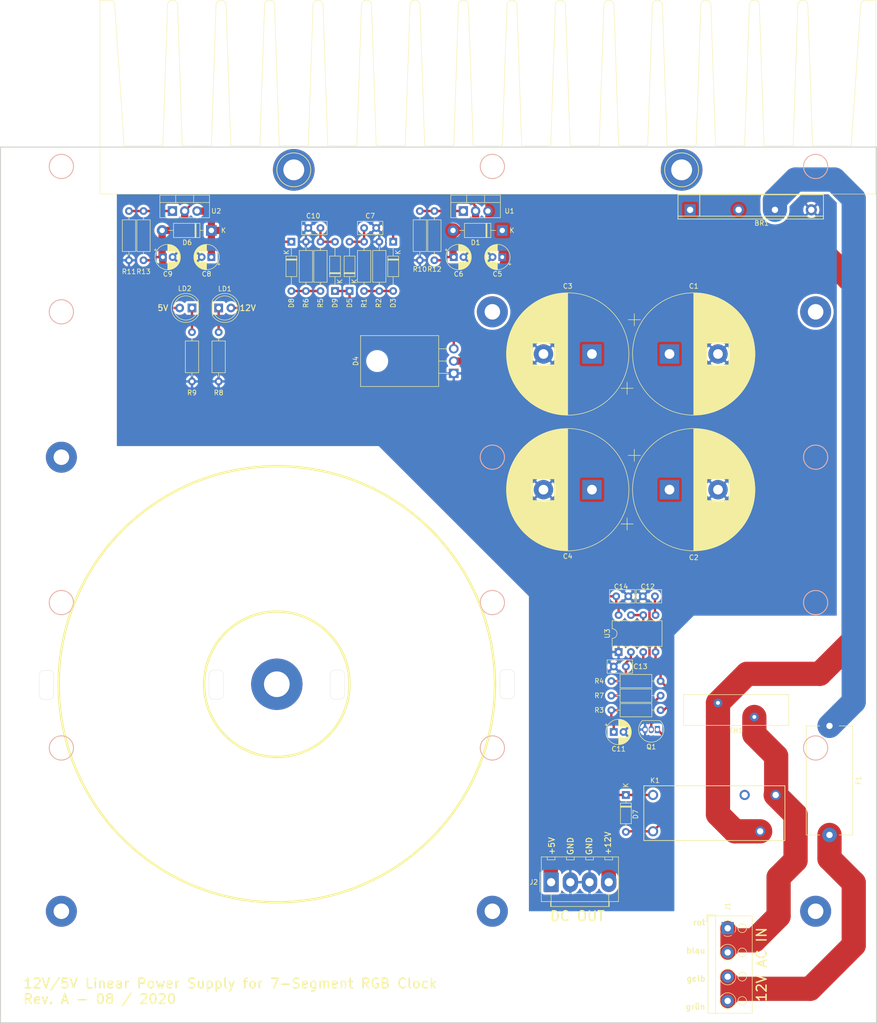
<source format=kicad_pcb>
(kicad_pcb (version 20171130) (host pcbnew "(5.1.4)-1")
  (layers (0 F.Cu signal) (31 B.Cu signal) (34 B.Paste user) (35 F.Paste user) (36 B.SilkS user) (37 F.SilkS user) (38 B.Mask user) (39 F.Mask user) (44 Edge.Cuts user))
  (net 0 "")
  (net 1 GND)
  (net 2 VDC)
  (net 3 +12V)
  (net 4 "Net-(C7-Pad1)")
  (net 5 +5V)
  (net 6 "Net-(C10-Pad1)")
  (net 7 "Net-(C11-Pad1)")
  (net 8 "Net-(C12-Pad1)")
  (net 9 "Net-(C13-Pad1)")
  (net 10 "Net-(D3-Pad2)")
  (net 11 "Net-(D4-Pad3)")
  (net 12 "Net-(D7-Pad2)")
  (net 13 "Net-(D8-Pad2)")
  (net 14 "Net-(F1-Pad2)")
  (net 15 "Net-(Q1-Pad2)")
  (net 16 "Net-(R7-Pad1)")
  (net 17 "Net-(J1-Pad1)")
  (net 18 "Net-(BR1-Pad2)")
  (net 19 "Net-(BR1-Pad3)")
  (net 20 "Net-(LD1-Pad1)")
  (net 21 "Net-(LD2-Pad1)")
  (net 22 "Net-(R10-Pad1)")
  (net 23 "Net-(R11-Pad1)")
  (module Package_TO_SOT_THT:TO-220F-3_Horizontal_TabDown (layer F.Cu) (at 113.5 146 90)
    (fp_text reference D4 (at 2.54 -20.22 90) (layer F.SilkS))
    (fp_text value Q_SCR_KAG)
    (pad 3 thru_hole oval (at 5.08 0 90) (size 1.905 2) (drill 1.2) (layers *.Cu *.Mask) (net 11 "Net-(D4-Pad3)"))
    (pad 2 thru_hole oval (at 2.54 0 90) (size 1.905 2) (drill 1.2) (layers *.Cu *.Mask) (net 2 VDC))
    (pad 1 thru_hole rect (at 0 0 90) (size 1.905 2) (drill 1.2) (layers *.Cu *.Mask) (net 1 GND))
    (pad "" np_thru_hole oval (at 2.54 -15.8 90) (size 3.5 3.5) (drill 3.5) (layers *.Cu *.Mask))
  )
  (module ak:GBJ (layer F.Cu) (at 162.25 112.25)
    (fp_text reference BR1 (at 14.75 2.75) (layer F.SilkS))
    (fp_text value D_Bridge_+AA-)
    (pad 4 thru_hole circle (at 25 0) (size 2.3 2.3) (drill 1.3) (layers *.Cu *.Mask) (net 1 GND))
    (pad 3 thru_hole circle (at 17.5 0) (size 2.3 2.3) (drill 1.3) (layers *.Cu *.Mask) (net 19 "Net-(BR1-Pad3)"))
    (pad 2 thru_hole circle (at 10 0) (size 2.3 2.3) (drill 1.3) (layers *.Cu *.Mask) (net 18 "Net-(BR1-Pad2)"))
    (pad 1 thru_hole rect (at 0 0) (size 2.3 2.3) (drill 1.3) (layers *.Cu *.Mask) (net 2 VDC))
  )
  (module Resistor_THT:R_Axial_DIN0207_L6.3mm_D2.5mm_P10.16mm_Horizontal (layer F.Cu) (at 49.5 122.66 90)
    (fp_text reference R13 (at -2.34 0 180) (layer F.SilkS))
    (fp_text value DNP)
    (pad 2 thru_hole oval (at 10.16 0 90) (size 1.6 1.6) (drill 0.8) (layers *.Cu *.Mask) (net 23 "Net-(R11-Pad1)"))
    (pad 1 thru_hole circle (at 0 0 90) (size 1.6 1.6) (drill 0.8) (layers *.Cu *.Mask) (net 5 +5V))
  )
  (module Resistor_THT:R_Axial_DIN0207_L6.3mm_D2.5mm_P10.16mm_Horizontal (layer F.Cu) (at 109.5 122.66 90)
    (fp_text reference R12 (at -1.84 0 180) (layer F.SilkS))
    (fp_text value DNP)
    (pad 2 thru_hole oval (at 10.16 0 90) (size 1.6 1.6) (drill 0.8) (layers *.Cu *.Mask) (net 22 "Net-(R10-Pad1)"))
    (pad 1 thru_hole circle (at 0 0 90) (size 1.6 1.6) (drill 0.8) (layers *.Cu *.Mask) (net 3 +12V))
  )
  (module Resistor_THT:R_Axial_DIN0207_L6.3mm_D2.5mm_P10.16mm_Horizontal (layer F.Cu) (at 46.5 112.5 270)
    (fp_text reference R11 (at 12.5 0 180) (layer F.SilkS))
    (fp_text value 0R)
    (pad 2 thru_hole oval (at 10.16 0 270) (size 1.6 1.6) (drill 0.8) (layers *.Cu *.Mask) (net 1 GND))
    (pad 1 thru_hole circle (at 0 0 270) (size 1.6 1.6) (drill 0.8) (layers *.Cu *.Mask) (net 23 "Net-(R11-Pad1)"))
  )
  (module Resistor_THT:R_Axial_DIN0207_L6.3mm_D2.5mm_P10.16mm_Horizontal (layer F.Cu) (at 106.5 112.5 270)
    (fp_text reference R10 (at 12 0 180) (layer F.SilkS))
    (fp_text value 0R)
    (pad 2 thru_hole oval (at 10.16 0 270) (size 1.6 1.6) (drill 0.8) (layers *.Cu *.Mask) (net 1 GND))
    (pad 1 thru_hole circle (at 0 0 270) (size 1.6 1.6) (drill 0.8) (layers *.Cu *.Mask) (net 22 "Net-(R10-Pad1)"))
  )
  (module Resistor_THT:R_Axial_DIN0207_L6.3mm_D2.5mm_P10.16mm_Horizontal (layer F.Cu) (at 59.5 137.5 270)
    (fp_text reference R9 (at 12.5 0 180) (layer F.SilkS))
    (fp_text value 220R)
    (pad 2 thru_hole oval (at 10.16 0 270) (size 1.6 1.6) (drill 0.8) (layers *.Cu *.Mask) (net 1 GND))
    (pad 1 thru_hole circle (at 0 0 270) (size 1.6 1.6) (drill 0.8) (layers *.Cu *.Mask) (net 21 "Net-(LD2-Pad1)"))
  )
  (module Resistor_THT:R_Axial_DIN0207_L6.3mm_D2.5mm_P10.16mm_Horizontal (layer F.Cu) (at 65 137.5 270)
    (fp_text reference R8 (at 12.5 0 180) (layer F.SilkS))
    (fp_text value 680R)
    (pad 2 thru_hole oval (at 10.16 0 270) (size 1.6 1.6) (drill 0.8) (layers *.Cu *.Mask) (net 1 GND))
    (pad 1 thru_hole circle (at 0 0 270) (size 1.6 1.6) (drill 0.8) (layers *.Cu *.Mask) (net 20 "Net-(LD1-Pad1)"))
  )
  (module LED_THT:LED_D5.0mm (layer F.Cu) (at 59.5 132.5 180)
    (fp_text reference LD2 (at 1.5 4) (layer F.SilkS))
    (fp_text value LED)
    (pad 2 thru_hole circle (at 2.54 0 180) (size 1.8 1.8) (drill 0.9) (layers *.Cu *.Mask) (net 5 +5V))
    (pad 1 thru_hole rect (at 0 0 180) (size 1.8 1.8) (drill 0.9) (layers *.Cu *.Mask) (net 21 "Net-(LD2-Pad1)"))
  )
  (module LED_THT:LED_D5.0mm (layer F.Cu) (at 65 132.5)
    (fp_text reference LD1 (at 1.27 -3.96) (layer F.SilkS))
    (fp_text value LED)
    (pad 2 thru_hole circle (at 2.54 0) (size 1.8 1.8) (drill 0.9) (layers *.Cu *.Mask) (net 3 +12V))
    (pad 1 thru_hole rect (at 0 0) (size 1.8 1.8) (drill 0.9) (layers *.Cu *.Mask) (net 20 "Net-(LD1-Pad1)"))
  )
  (module ak:lemonhead (layer F.Cu) (at 137 119)
    (fp_text reference LOGO1 hide)
    (fp_text value Lemonhead hide)
  )
  (module TerminalBlock_RND:TerminalBlock_RND_205-00003_1x04_P5.00mm_Horizontal (layer F.Cu) (at 170 260.5 270)
    (fp_text reference J1 (at -4.5 0 90) (layer F.SilkS))
    (fp_text value Screw_Terminal_01x04)
    (pad 4 thru_hole circle (at 15 0 270) (size 2.5 2.5) (drill 1.3) (layers *.Cu *.Mask) (net 14 "Net-(F1-Pad2)"))
    (pad 3 thru_hole circle (at 10 0 270) (size 2.5 2.5) (drill 1.3) (layers *.Cu *.Mask) (net 14 "Net-(F1-Pad2)"))
    (pad 2 thru_hole circle (at 5 0 270) (size 2.5 2.5) (drill 1.3) (layers *.Cu *.Mask) (net 17 "Net-(J1-Pad1)"))
    (pad 1 thru_hole rect (at 0 0 270) (size 2.5 2.5) (drill 1.3) (layers *.Cu *.Mask) (net 17 "Net-(J1-Pad1)"))
  )
  (module Connector_Molex:Molex_KK-396_A-41791-0004_1x04_P3.96mm_Vertical (layer F.Cu) (at 133.58 251)
    (fp_text reference J2 (at -3.58 0) (layer F.SilkS))
    (fp_text value Conn_01x04)
    (pad 4 thru_hole oval (at 11.88 0) (size 3.16 4.1) (drill 1.7) (layers *.Cu *.Mask) (net 3 +12V))
    (pad 3 thru_hole oval (at 7.92 0) (size 3.16 4.1) (drill 1.7) (layers *.Cu *.Mask) (net 1 GND))
    (pad 2 thru_hole oval (at 3.96 0) (size 3.16 4.1) (drill 1.7) (layers *.Cu *.Mask) (net 1 GND))
    (pad 1 thru_hole roundrect (at 0 0) (size 3.16 4.1) (drill 1.7) (layers *.Cu *.Mask) (roundrect_rratio 0.079114) (net 5 +5V))
  )
  (module Capacitor_THT:C_Disc_D5.0mm_W2.5mm_P2.50mm (layer F.Cu) (at 147 192)
    (fp_text reference C14 (at 1 -2) (layer F.SilkS))
    (fp_text value 100nF)
    (pad 2 thru_hole circle (at 2.5 0) (size 1.6 1.6) (drill 0.8) (layers *.Cu *.Mask) (net 1 GND))
    (pad 1 thru_hole circle (at 0 0) (size 1.6 1.6) (drill 0.8) (layers *.Cu *.Mask) (net 3 +12V))
  )
  (module Diode_THT:D_DO-35_SOD27_P10.16mm_Horizontal (layer F.Cu) (at 89 129 90)
    (fp_text reference D9 (at -2.5 0 90) (layer F.SilkS))
    (fp_text value 1N4148)
    (fp_text user K (at 2 1 90) (layer F.SilkS))
    (pad 2 thru_hole oval (at 10.16 0 90) (size 1.6 1.6) (drill 0.8) (layers *.Cu *.Mask) (net 6 "Net-(C10-Pad1)"))
    (pad 1 thru_hole rect (at 0 0 90) (size 1.6 1.6) (drill 0.8) (layers *.Cu *.Mask) (net 11 "Net-(D4-Pad3)"))
  )
  (module Diode_THT:D_DO-35_SOD27_P10.16mm_Horizontal (layer F.Cu) (at 80 118.84 270)
    (fp_text reference D8 (at 12.66 0 90) (layer F.SilkS))
    (fp_text value 5V)
    (fp_text user K (at 2.16 1 90) (layer F.SilkS))
    (pad 2 thru_hole oval (at 10.16 0 270) (size 1.6 1.6) (drill 0.8) (layers *.Cu *.Mask) (net 13 "Net-(D8-Pad2)"))
    (pad 1 thru_hole rect (at 0 0 270) (size 1.6 1.6) (drill 0.8) (layers *.Cu *.Mask) (net 5 +5V))
  )
  (module Diode_THT:D_DO-35_SOD27_P10.16mm_Horizontal (layer F.Cu) (at 92 129 90)
    (fp_text reference D5 (at -2.5 0 90) (layer F.SilkS))
    (fp_text value 1N4148)
    (fp_text user K (at 2 1 90) (layer F.SilkS))
    (pad 2 thru_hole oval (at 10.16 0 90) (size 1.6 1.6) (drill 0.8) (layers *.Cu *.Mask) (net 4 "Net-(C7-Pad1)"))
    (pad 1 thru_hole rect (at 0 0 90) (size 1.6 1.6) (drill 0.8) (layers *.Cu *.Mask) (net 11 "Net-(D4-Pad3)"))
  )
  (module Diode_THT:D_DO-35_SOD27_P10.16mm_Horizontal (layer F.Cu) (at 101 118.84 270)
    (fp_text reference D3 (at 12.66 0 90) (layer F.SilkS))
    (fp_text value 12V)
    (fp_text user K (at 2.16 -1 90) (layer F.SilkS))
    (pad 2 thru_hole oval (at 10.16 0 270) (size 1.6 1.6) (drill 0.8) (layers *.Cu *.Mask) (net 10 "Net-(D3-Pad2)"))
    (pad 1 thru_hole rect (at 0 0 270) (size 1.6 1.6) (drill 0.8) (layers *.Cu *.Mask) (net 3 +12V))
  )
  (module Diode_THT:D_DO-35_SOD27_P7.62mm_Horizontal (layer F.Cu) (at 149 233 270)
    (fp_text reference D7 (at 4 -2 90) (layer F.SilkS))
    (fp_text value 1N4148)
    (fp_text user K (at -2 0 90) (layer F.SilkS))
    (pad 2 thru_hole oval (at 7.62 0 270) (size 1.6 1.6) (drill 0.8) (layers *.Cu *.Mask) (net 12 "Net-(D7-Pad2)"))
    (pad 1 thru_hole rect (at 0 0 270) (size 1.6 1.6) (drill 0.8) (layers *.Cu *.Mask) (net 3 +12V))
  )
  (module MountingHole:MountingHole_5.3mm_M5_Pad (layer F.Cu) (at 77 210.15)
    (fp_text reference H12 hide)
    (fp_text value MountingHole_Pad)
    (pad 1 thru_hole circle (at 0 0) (size 10.6 10.6) (drill 5.3) (layers *.Cu *.Mask))
  )
  (module MountingHole:MountingHole_4.3mm_M4_Pad (layer F.Cu) (at 160.5 104)
    (fp_text reference H11 hide)
    (fp_text value MountingHole_Pad)
    (pad 1 thru_hole circle (at 0 0) (size 8.6 8.6) (drill 4.3) (layers *.Cu *.Mask))
  )
  (module MountingHole:MountingHole_4.3mm_M4_Pad (layer F.Cu) (at 80.5 104)
    (fp_text reference H10 hide)
    (fp_text value MountingHole_Pad)
    (pad 1 thru_hole circle (at 0 0) (size 8.6 8.6) (drill 4.3) (layers *.Cu *.Mask))
  )
  (module MountingHole:MountingHole_3.2mm_M3_Pad (layer F.Cu) (at 32.56 163.3)
    (fp_text reference H7 hide)
    (fp_text value MountingHole_Pad)
    (pad 1 thru_hole circle (at 0 0) (size 6.4 6.4) (drill 3.2) (layers *.Cu *.Mask))
  )
  (module MountingHole:MountingHole_3.2mm_M3_Pad (layer F.Cu) (at 121.46 133.3)
    (fp_text reference H6 hide)
    (fp_text value MountingHole_Pad)
    (pad 1 thru_hole circle (at 0 0) (size 6.4 6.4) (drill 3.2) (layers *.Cu *.Mask))
  )
  (module MountingHole:MountingHole_3.2mm_M3_Pad (layer F.Cu) (at 188.14 133.3)
    (fp_text reference H5 hide)
    (fp_text value MountingHole_Pad)
    (pad 1 thru_hole circle (at 0 0) (size 6.4 6.4) (drill 3.2) (layers *.Cu *.Mask))
  )
  (module MountingHole:MountingHole_3.2mm_M3_Pad (layer F.Cu) (at 188.14 257)
    (fp_text reference H3 hide)
    (fp_text value MountingHole_Pad)
    (pad 1 thru_hole circle (at 0 0) (size 6.4 6.4) (drill 3.2) (layers *.Cu *.Mask))
  )
  (module MountingHole:MountingHole_3.2mm_M3_Pad (layer F.Cu) (at 121.46 257)
    (fp_text reference H2 hide)
    (fp_text value MountingHole_Pad)
    (pad 1 thru_hole circle (at 0 0) (size 6.4 6.4) (drill 3.2) (layers *.Cu *.Mask))
  )
  (module MountingHole:MountingHole_3.2mm_M3_Pad (layer F.Cu) (at 32.56 257)
    (fp_text reference H1 hide)
    (fp_text value MountingHole_Pad)
    (pad 1 thru_hole circle (at 0 0) (size 6.4 6.4) (drill 3.2) (layers *.Cu *.Mask))
  )
  (module ak:HS-160x50 (layer F.Cu) (at 40.5 109)
    (fp_text reference HS1 hide)
    (fp_text value Heatsink)
  )
  (module Package_DIP:DIP-8_W7.62mm (layer F.Cu) (at 147.5 203.5 90)
    (fp_text reference U3 (at 3.81 -2.33 90) (layer F.SilkS))
    (fp_text value NE555P)
    (pad 8 thru_hole oval (at 7.62 0 90) (size 1.6 1.6) (drill 0.8) (layers *.Cu *.Mask) (net 3 +12V))
    (pad 4 thru_hole oval (at 0 7.62 90) (size 1.6 1.6) (drill 0.8) (layers *.Cu *.Mask) (net 3 +12V))
    (pad 7 thru_hole oval (at 7.62 2.54 90) (size 1.6 1.6) (drill 0.8) (layers *.Cu *.Mask) (net 7 "Net-(C11-Pad1)"))
    (pad 3 thru_hole oval (at 0 5.08 90) (size 1.6 1.6) (drill 0.8) (layers *.Cu *.Mask) (net 16 "Net-(R7-Pad1)"))
    (pad 6 thru_hole oval (at 7.62 5.08 90) (size 1.6 1.6) (drill 0.8) (layers *.Cu *.Mask) (net 7 "Net-(C11-Pad1)"))
    (pad 2 thru_hole oval (at 0 2.54 90) (size 1.6 1.6) (drill 0.8) (layers *.Cu *.Mask) (net 9 "Net-(C13-Pad1)"))
    (pad 5 thru_hole oval (at 7.62 7.62 90) (size 1.6 1.6) (drill 0.8) (layers *.Cu *.Mask) (net 8 "Net-(C12-Pad1)"))
    (pad 1 thru_hole rect (at 0 0 90) (size 1.6 1.6) (drill 0.8) (layers *.Cu *.Mask) (net 1 GND))
  )
  (module Package_TO_SOT_THT:TO-220-3_Vertical (layer F.Cu) (at 55.46 112.5)
    (fp_text reference U2 (at 9.04 0) (layer F.SilkS))
    (fp_text value LM1084-5)
    (pad 3 thru_hole oval (at 5.08 0) (size 1.905 2) (drill 1.1) (layers *.Cu *.Mask) (net 3 +12V))
    (pad 2 thru_hole oval (at 2.54 0) (size 1.905 2) (drill 1.1) (layers *.Cu *.Mask) (net 5 +5V))
    (pad 1 thru_hole rect (at 0 0) (size 1.905 2) (drill 1.1) (layers *.Cu *.Mask) (net 23 "Net-(R11-Pad1)"))
  )
  (module Package_TO_SOT_THT:TO-220-3_Vertical (layer F.Cu) (at 115.46 112.5)
    (fp_text reference U1 (at 9.54 0) (layer F.SilkS))
    (fp_text value LM1084-12)
    (pad 3 thru_hole oval (at 5.08 0) (size 1.905 2) (drill 1.1) (layers *.Cu *.Mask) (net 2 VDC))
    (pad 2 thru_hole oval (at 2.54 0) (size 1.905 2) (drill 1.1) (layers *.Cu *.Mask) (net 3 +12V))
    (pad 1 thru_hole rect (at 0 0) (size 1.905 2) (drill 1.1) (layers *.Cu *.Mask) (net 22 "Net-(R10-Pad1)"))
  )
  (module Varistor:RV_Disc_D21.5mm_W6.1mm_P7.5mm (layer F.Cu) (at 168 214)
    (fp_text reference TH1 (at 3.75 5.7) (layer F.SilkS))
    (fp_text value 5R)
    (pad 2 thru_hole circle (at 7.5 2.9) (size 1.8 1.8) (drill 0.8) (layers *.Cu *.Mask) (net 17 "Net-(J1-Pad1)"))
    (pad 1 thru_hole circle (at 0 0) (size 1.8 1.8) (drill 0.8) (layers *.Cu *.Mask) (net 18 "Net-(BR1-Pad2)"))
  )
  (module Resistor_THT:R_Axial_DIN0207_L6.3mm_D2.5mm_P10.16mm_Horizontal (layer F.Cu) (at 146 212.5)
    (fp_text reference R7 (at -2.5 0) (layer F.SilkS))
    (fp_text value 10k)
    (pad 1 thru_hole circle (at 0 0) (size 1.6 1.6) (drill 0.8) (layers *.Cu *.Mask) (net 16 "Net-(R7-Pad1)"))
    (pad 2 thru_hole oval (at 10.16 0) (size 1.6 1.6) (drill 0.8) (layers *.Cu *.Mask) (net 15 "Net-(Q1-Pad2)"))
  )
  (module Resistor_THT:R_Axial_DIN0207_L6.3mm_D2.5mm_P10.16mm_Horizontal (layer F.Cu) (at 83 129 90)
    (fp_text reference R6 (at -2.5 0 90) (layer F.SilkS))
    (fp_text value 470R)
    (pad 2 thru_hole oval (at 10.16 0 90) (size 1.6 1.6) (drill 0.8) (layers *.Cu *.Mask) (net 1 GND))
    (pad 1 thru_hole circle (at 0 0 90) (size 1.6 1.6) (drill 0.8) (layers *.Cu *.Mask) (net 13 "Net-(D8-Pad2)"))
  )
  (module Resistor_THT:R_Axial_DIN0207_L6.3mm_D2.5mm_P10.16mm_Horizontal (layer F.Cu) (at 156.16 209.5 180)
    (fp_text reference R4 (at 12.66 0) (layer F.SilkS))
    (fp_text value 100k)
    (pad 2 thru_hole oval (at 10.16 0 180) (size 1.6 1.6) (drill 0.8) (layers *.Cu *.Mask) (net 9 "Net-(C13-Pad1)"))
    (pad 1 thru_hole circle (at 0 0 180) (size 1.6 1.6) (drill 0.8) (layers *.Cu *.Mask) (net 3 +12V))
  )
  (module Resistor_THT:R_Axial_DIN0207_L6.3mm_D2.5mm_P10.16mm_Horizontal (layer F.Cu) (at 156.16 215.5 180)
    (fp_text reference R3 (at 12.66 0) (layer F.SilkS))
    (fp_text value 100k)
    (pad 2 thru_hole oval (at 10.16 0 180) (size 1.6 1.6) (drill 0.8) (layers *.Cu *.Mask) (net 7 "Net-(C11-Pad1)"))
    (pad 1 thru_hole circle (at 0 0 180) (size 1.6 1.6) (drill 0.8) (layers *.Cu *.Mask) (net 3 +12V))
  )
  (module Resistor_THT:R_Axial_DIN0207_L6.3mm_D2.5mm_P10.16mm_Horizontal (layer F.Cu) (at 86 118.84 270)
    (fp_text reference R5 (at 12.66 0 90) (layer F.SilkS))
    (fp_text value 100R)
    (pad 2 thru_hole oval (at 10.16 0 270) (size 1.6 1.6) (drill 0.8) (layers *.Cu *.Mask) (net 13 "Net-(D8-Pad2)"))
    (pad 1 thru_hole circle (at 0 0 270) (size 1.6 1.6) (drill 0.8) (layers *.Cu *.Mask) (net 6 "Net-(C10-Pad1)"))
  )
  (module Resistor_THT:R_Axial_DIN0207_L6.3mm_D2.5mm_P10.16mm_Horizontal (layer F.Cu) (at 98.14 129 90)
    (fp_text reference R2 (at -2.5 -0.14 90) (layer F.SilkS))
    (fp_text value 470R)
    (pad 1 thru_hole circle (at 0 0 90) (size 1.6 1.6) (drill 0.8) (layers *.Cu *.Mask) (net 10 "Net-(D3-Pad2)"))
    (pad 2 thru_hole oval (at 10.16 0 90) (size 1.6 1.6) (drill 0.8) (layers *.Cu *.Mask) (net 1 GND))
  )
  (module Resistor_THT:R_Axial_DIN0207_L6.3mm_D2.5mm_P10.16mm_Horizontal (layer F.Cu) (at 95 118.84 270)
    (fp_text reference R1 (at 12.66 0 90) (layer F.SilkS))
    (fp_text value 100R)
    (pad 2 thru_hole oval (at 10.16 0 270) (size 1.6 1.6) (drill 0.8) (layers *.Cu *.Mask) (net 10 "Net-(D3-Pad2)"))
    (pad 1 thru_hole circle (at 0 0 270) (size 1.6 1.6) (drill 0.8) (layers *.Cu *.Mask) (net 4 "Net-(C7-Pad1)"))
  )
  (module Package_TO_SOT_THT:TO-92_Inline (layer F.Cu) (at 155.5 219.5 180)
    (fp_text reference Q1 (at 1.27 -3.56) (layer F.SilkS))
    (fp_text value BC548)
    (pad 1 thru_hole rect (at 0 0 180) (size 1.05 1.5) (drill 0.75) (layers *.Cu *.Mask) (net 12 "Net-(D7-Pad2)"))
    (pad 3 thru_hole oval (at 2.54 0 180) (size 1.05 1.5) (drill 0.75) (layers *.Cu *.Mask) (net 1 GND))
    (pad 2 thru_hole oval (at 1.27 0 180) (size 1.05 1.5) (drill 0.75) (layers *.Cu *.Mask) (net 15 "Net-(Q1-Pad2)"))
  )
  (module ak:RY611012 (layer F.Cu) (at 173.5 233)
    (fp_text reference K1 (at -18.5 -3) (layer F.SilkS))
    (fp_text value RY611012)
    (pad A1 thru_hole circle (at -18.9 7.5) (size 2.1 2.1) (drill 1.3) (layers *.Cu *.Mask) (net 12 "Net-(D7-Pad2)"))
    (pad A2 thru_hole circle (at -18.9 0) (size 2.1 2.1) (drill 1.3) (layers *.Cu *.Mask) (net 3 +12V))
    (pad 11 thru_hole circle (at 3.2 7.5) (size 2.1 2.1) (drill 1.3) (layers *.Cu *.Mask) (net 18 "Net-(BR1-Pad2)"))
    (pad 14 thru_hole circle (at 6.4 0) (size 2.1 2.1) (drill 1.3) (layers *.Cu *.Mask) (net 17 "Net-(J1-Pad1)"))
    (pad 12 thru_hole circle (at 0 0) (size 2.1 2.1) (drill 1.3) (layers *.Cu *.Mask))
  )
  (module Fuse:Fuseholder_Cylinder-5x20mm_Schurter_0031_8201_Horizontal_Open (layer F.Cu) (at 191 218.75 270)
    (fp_text reference F1 (at 11.25 -6 90) (layer F.SilkS))
    (fp_text value 3A)
    (pad "" np_thru_hole circle (at 11.25 0 270) (size 2.7 2.7) (drill 2.7) (layers *.Cu *.Mask))
    (pad 2 thru_hole circle (at 22.5 0 270) (size 3 3) (drill 1.3) (layers *.Cu *.Mask) (net 14 "Net-(F1-Pad2)"))
    (pad 1 thru_hole circle (at 0 0 270) (size 3 3) (drill 1.3) (layers *.Cu *.Mask) (net 19 "Net-(BR1-Pad3)"))
  )
  (module Diode_THT:D_DO-41_SOD81_P10.16mm_Horizontal (layer F.Cu) (at 63.5 116.5 180)
    (fp_text reference D6 (at 5 -2.5) (layer F.SilkS))
    (fp_text value 1N5819)
    (fp_text user K (at -2.5 0) (layer F.SilkS))
    (pad 2 thru_hole oval (at 10.16 0 180) (size 2.2 2.2) (drill 1.1) (layers *.Cu *.Mask) (net 5 +5V))
    (pad 1 thru_hole rect (at 0 0 180) (size 2.2 2.2) (drill 1.1) (layers *.Cu *.Mask) (net 3 +12V))
  )
  (module Diode_THT:D_DO-41_SOD81_P10.16mm_Horizontal (layer F.Cu) (at 123.5 116.5 180)
    (fp_text reference D1 (at 5.5 -2.5) (layer F.SilkS))
    (fp_text value 1N5819)
    (fp_text user K (at -2 0) (layer F.SilkS))
    (pad 2 thru_hole oval (at 10.16 0 180) (size 2.2 2.2) (drill 1.1) (layers *.Cu *.Mask) (net 3 +12V))
    (pad 1 thru_hole rect (at 0 0 180) (size 2.2 2.2) (drill 1.1) (layers *.Cu *.Mask) (net 2 VDC))
  )
  (module Capacitor_THT:C_Disc_D5.0mm_W2.5mm_P2.50mm (layer F.Cu) (at 149 206.5 180)
    (fp_text reference C13 (at -3 0) (layer F.SilkS))
    (fp_text value 100nF)
    (pad 2 thru_hole circle (at 2.5 0 180) (size 1.6 1.6) (drill 0.8) (layers *.Cu *.Mask) (net 1 GND))
    (pad 1 thru_hole circle (at 0 0 180) (size 1.6 1.6) (drill 0.8) (layers *.Cu *.Mask) (net 9 "Net-(C13-Pad1)"))
  )
  (module Capacitor_THT:C_Disc_D5.0mm_W2.5mm_P2.50mm (layer F.Cu) (at 155 192 180)
    (fp_text reference C12 (at 1.5 2) (layer F.SilkS))
    (fp_text value 100nF)
    (pad 2 thru_hole circle (at 2.5 0 180) (size 1.6 1.6) (drill 0.8) (layers *.Cu *.Mask) (net 1 GND))
    (pad 1 thru_hole circle (at 0 0 180) (size 1.6 1.6) (drill 0.8) (layers *.Cu *.Mask) (net 8 "Net-(C12-Pad1)"))
  )
  (module Capacitor_THT:CP_Radial_D5.0mm_P2.00mm (layer F.Cu) (at 146.5 220)
    (fp_text reference C11 (at 1 3.5) (layer F.SilkS))
    (fp_text value 10uF)
    (pad 2 thru_hole circle (at 2 0) (size 1.6 1.6) (drill 0.8) (layers *.Cu *.Mask) (net 1 GND))
    (pad 1 thru_hole rect (at 0 0) (size 1.6 1.6) (drill 0.8) (layers *.Cu *.Mask) (net 7 "Net-(C11-Pad1)"))
  )
  (module Capacitor_THT:C_Disc_D5.0mm_W2.5mm_P2.50mm (layer F.Cu) (at 86 116 180)
    (fp_text reference C10 (at 1.5 2.5) (layer F.SilkS))
    (fp_text value 100nF)
    (pad 2 thru_hole circle (at 2.5 0 180) (size 1.6 1.6) (drill 0.8) (layers *.Cu *.Mask) (net 1 GND))
    (pad 1 thru_hole circle (at 0 0 180) (size 1.6 1.6) (drill 0.8) (layers *.Cu *.Mask) (net 6 "Net-(C10-Pad1)"))
  )
  (module Capacitor_THT:CP_Radial_D5.0mm_P2.00mm (layer F.Cu) (at 53.5 122)
    (fp_text reference C9 (at 1 3.5) (layer F.SilkS))
    (fp_text value 10uF)
    (pad 2 thru_hole circle (at 2 0) (size 1.6 1.6) (drill 0.8) (layers *.Cu *.Mask) (net 1 GND))
    (pad 1 thru_hole rect (at 0 0) (size 1.6 1.6) (drill 0.8) (layers *.Cu *.Mask) (net 5 +5V))
  )
  (module Capacitor_THT:CP_Radial_D5.0mm_P2.00mm (layer F.Cu) (at 63.5 122 180)
    (fp_text reference C8 (at 1 -3.5) (layer F.SilkS))
    (fp_text value 10uF)
    (pad 2 thru_hole circle (at 2 0 180) (size 1.6 1.6) (drill 0.8) (layers *.Cu *.Mask) (net 1 GND))
    (pad 1 thru_hole rect (at 0 0 180) (size 1.6 1.6) (drill 0.8) (layers *.Cu *.Mask) (net 3 +12V))
  )
  (module Capacitor_THT:C_Disc_D5.0mm_W2.5mm_P2.50mm (layer F.Cu) (at 95 116)
    (fp_text reference C7 (at 1.25 -2.5) (layer F.SilkS))
    (fp_text value 100nF)
    (pad 2 thru_hole circle (at 2.5 0) (size 1.6 1.6) (drill 0.8) (layers *.Cu *.Mask) (net 1 GND))
    (pad 1 thru_hole circle (at 0 0) (size 1.6 1.6) (drill 0.8) (layers *.Cu *.Mask) (net 4 "Net-(C7-Pad1)"))
  )
  (module Capacitor_THT:CP_Radial_D5.0mm_P2.00mm (layer F.Cu) (at 113.5 122)
    (fp_text reference C6 (at 1 3.5) (layer F.SilkS))
    (fp_text value 10uF)
    (pad 2 thru_hole circle (at 2 0) (size 1.6 1.6) (drill 0.8) (layers *.Cu *.Mask) (net 1 GND))
    (pad 1 thru_hole rect (at 0 0) (size 1.6 1.6) (drill 0.8) (layers *.Cu *.Mask) (net 3 +12V))
  )
  (module Capacitor_THT:CP_Radial_D5.0mm_P2.00mm (layer F.Cu) (at 123.5 122 180)
    (fp_text reference C5 (at 1 -3.5) (layer F.SilkS))
    (fp_text value 10uF)
    (pad 2 thru_hole circle (at 2 0 180) (size 1.6 1.6) (drill 0.8) (layers *.Cu *.Mask) (net 1 GND))
    (pad 1 thru_hole rect (at 0 0 180) (size 1.6 1.6) (drill 0.8) (layers *.Cu *.Mask) (net 2 VDC))
  )
  (module Capacitor_THT:CP_Radial_D25.0mm_P10.00mm_SnapIn (layer F.Cu) (at 142 170 180)
    (fp_text reference C4 (at 5 -13.75) (layer F.SilkS))
    (fp_text value 4700uF)
    (pad 2 thru_hole circle (at 10 0 180) (size 4 4) (drill 2) (layers *.Cu *.Mask) (net 1 GND))
    (pad 1 thru_hole rect (at 0 0 180) (size 4 4) (drill 2) (layers *.Cu *.Mask) (net 2 VDC))
  )
  (module Capacitor_THT:CP_Radial_D25.0mm_P10.00mm_SnapIn (layer F.Cu) (at 142 142 180)
    (fp_text reference C3 (at 5 14) (layer F.SilkS))
    (fp_text value 4700uF)
    (pad 2 thru_hole circle (at 10 0 180) (size 4 4) (drill 2) (layers *.Cu *.Mask) (net 1 GND))
    (pad 1 thru_hole rect (at 0 0 180) (size 4 4) (drill 2) (layers *.Cu *.Mask) (net 2 VDC))
  )
  (module Capacitor_THT:CP_Radial_D25.0mm_P10.00mm_SnapIn (layer F.Cu) (at 158 170)
    (fp_text reference C2 (at 5 14) (layer F.SilkS))
    (fp_text value 4700uF)
    (pad 2 thru_hole circle (at 10 0) (size 4 4) (drill 2) (layers *.Cu *.Mask) (net 1 GND))
    (pad 1 thru_hole rect (at 0 0) (size 4 4) (drill 2) (layers *.Cu *.Mask) (net 2 VDC))
  )
  (module Capacitor_THT:CP_Radial_D25.0mm_P10.00mm_SnapIn (layer F.Cu) (at 158 142)
    (fp_text reference C1 (at 5 -14) (layer F.SilkS))
    (fp_text value 4700uF)
    (pad 2 thru_hole circle (at 10 0) (size 4 4) (drill 2) (layers *.Cu *.Mask) (net 1 GND))
    (pad 1 thru_hole rect (at 0 0) (size 4 4) (drill 2) (layers *.Cu *.Mask) (net 2 VDC))
  )
  (gr_text 12V (at 71 132.5) (layer F.SilkS) (effects (font (size 1.2 1.2) (thickness 0.2))))
  (gr_text 5V (at 53.5 132.5) (layer F.SilkS) (effects (font (size 1.2 1.2) (thickness 0.2))))
  (gr_text "12V/5V Linear Power Supply for 7-Segment RGB Clock\nRev. A - 08 / 2020" (at 24.5 273.5) (layer F.SilkS) (effects (font (size 2 2) (thickness 0.3)) (justify left)))
  (gr_text "DC OUT" (at 139 258) (layer F.SilkS) (effects (font (size 2 2) (thickness 0.3))))
  (gr_text "12V AC IN" (at 177 268 90) (layer F.SilkS) (effects (font (size 2 2) (thickness 0.3))))
  (gr_text "+5V\n\nGND\n\nGND\n\n+12V" (at 139.5 245.5 90) (layer F.SilkS) (effects (font (size 1.2 1.2) (thickness 0.2)) (justify left)))
  (gr_text "rot\n\n\nblau\n\n\ngelb\n\n\ngrün" (at 165.5 268) (layer F.SilkS) (effects (font (size 1.2 1.2) (thickness 0.2)) (justify right)))
  (gr_circle (center 121.46 103.3) (end 123.96 103.3) (layer B.SilkS) (width 0.2))
  (gr_circle (center 32.56 193.3) (end 35.06 193.3) (layer B.SilkS) (width 0.2))
  (gr_circle (center 188.14 103.300001) (end 190.64 103.300001) (layer B.SilkS) (width 0.2))
  (gr_circle (center 188.14 193.300001) (end 190.64 193.300001) (layer B.SilkS) (width 0.2))
  (gr_circle (center 32.56 133.3) (end 35.06 133.3) (layer B.SilkS) (width 0.2))
  (gr_circle (center 188.14 163.300001) (end 190.64 163.300001) (layer B.SilkS) (width 0.2))
  (gr_circle (center 121.46 223.3) (end 123.96 223.3) (layer B.SilkS) (width 0.2))
  (gr_circle (center 121.46 193.3) (end 123.96 193.3) (layer B.SilkS) (width 0.2))
  (gr_circle (center 188.14 223.300001) (end 190.64 223.300001) (layer B.SilkS) (width 0.2))
  (gr_circle (center 32.56 103.3) (end 35.06 103.3) (layer B.SilkS) (width 0.2))
  (gr_circle (center 32.56 223.3) (end 35.06 223.3) (layer B.SilkS) (width 0.2))
  (gr_circle (center 121.46 163.3) (end 123.96 163.3) (layer B.SilkS) (width 0.2))
  (gr_arc (start 30 212.3) (end 30 213.3) (angle -90) (layer Edge.Cuts) (width 0.05))
  (gr_line (start 30 213.3) (end 29 213.3) (layer Edge.Cuts) (width 0.05))
  (gr_line (start 31 208.3) (end 31 212.3) (layer Edge.Cuts) (width 0.05))
  (gr_arc (start 29 212.3) (end 28 212.3) (angle -90) (layer Edge.Cuts) (width 0.05))
  (gr_line (start 28 212.3) (end 28 208.3) (layer Edge.Cuts) (width 0.05))
  (gr_arc (start 29 208.3) (end 29 207.3) (angle -90) (layer Edge.Cuts) (width 0.05))
  (gr_line (start 29 207.3) (end 30 207.3) (layer Edge.Cuts) (width 0.05))
  (gr_arc (start 30 208.3) (end 31 208.3) (angle -90) (layer Edge.Cuts) (width 0.05))
  (gr_line (start 123 212.15) (end 123 208.15) (layer Edge.Cuts) (width 0.05))
  (gr_line (start 126 208.15) (end 126 212.15) (layer Edge.Cuts) (width 0.05))
  (gr_arc (start 125 212.15) (end 125 213.15) (angle -90) (layer Edge.Cuts) (width 0.05))
  (gr_arc (start 124 212.15) (end 123 212.15) (angle -90) (layer Edge.Cuts) (width 0.05))
  (gr_line (start 124 207.15) (end 125 207.15) (layer Edge.Cuts) (width 0.05))
  (gr_line (start 125 213.15) (end 124 213.15) (layer Edge.Cuts) (width 0.05))
  (gr_arc (start 124 208.15) (end 124 207.15) (angle -90) (layer Edge.Cuts) (width 0.05))
  (gr_arc (start 125 208.15) (end 126 208.15) (angle -90) (layer Edge.Cuts) (width 0.05))
  (gr_line (start 66 208.25) (end 66 212.25) (layer Edge.Cuts) (width 0.05))
  (gr_line (start 63 212.25) (end 63 208.25) (layer Edge.Cuts) (width 0.05))
  (gr_arc (start 64 208.25) (end 64 207.25) (angle -90) (layer Edge.Cuts) (width 0.05))
  (gr_arc (start 65 208.25) (end 66 208.25) (angle -90) (layer Edge.Cuts) (width 0.05))
  (gr_line (start 65 213.25) (end 64 213.25) (layer Edge.Cuts) (width 0.05))
  (gr_line (start 64 207.25) (end 65 207.25) (layer Edge.Cuts) (width 0.05))
  (gr_arc (start 65 212.25) (end 65 213.25) (angle -90) (layer Edge.Cuts) (width 0.05))
  (gr_arc (start 64 212.25) (end 63 212.25) (angle -90) (layer Edge.Cuts) (width 0.05))
  (gr_line (start 89 207.25) (end 90 207.25) (layer Edge.Cuts) (width 0.05))
  (gr_line (start 88 212.25) (end 88 208.25) (layer Edge.Cuts) (width 0.05))
  (gr_line (start 90 213.25) (end 89 213.25) (layer Edge.Cuts) (width 0.05))
  (gr_line (start 91 208.25) (end 91 212.25) (layer Edge.Cuts) (width 0.05))
  (gr_arc (start 90 212.25) (end 90 213.25) (angle -90) (layer Edge.Cuts) (width 0.05))
  (gr_arc (start 89 212.25) (end 88 212.25) (angle -90) (layer Edge.Cuts) (width 0.05))
  (gr_arc (start 90 208.25) (end 91 208.25) (angle -90) (layer Edge.Cuts) (width 0.05))
  (gr_arc (start 89 208.25) (end 89 207.25) (angle -90) (layer Edge.Cuts) (width 0.05))
  (gr_circle (center 77 210.15) (end 92 210.15) (layer F.SilkS) (width 0.5))
  (gr_circle (center 77 210.15) (end 122 210.15) (layer F.SilkS) (width 0.5))
  (gr_line (start 20 99.300001) (end 200.7 99.300001) (layer Edge.Cuts) (width 0.2))
  (gr_line (start 20 280) (end 20 99.300001) (layer Edge.Cuts) (width 0.2))
  (gr_line (start 200.7 280) (end 20 280) (layer Edge.Cuts) (width 0.2))
  (gr_line (start 200.7 99.300001) (end 200.7 280) (layer Edge.Cuts) (width 0.2))
  (segment (start 123.5 114) (end 123.5 116.5) (width 1.5) (layer F.Cu) (net 2))
  (segment (start 120.54 112.5) (end 122 112.5) (width 1.5) (layer F.Cu) (net 2))
  (segment (start 122 112.5) (end 123.5 114) (width 1.5) (layer F.Cu) (net 2))
  (segment (start 123.5 116.5) (end 123.5 122) (width 1.5) (layer F.Cu) (net 2))
  (segment (start 118.96 143.46) (end 119 143.5) (width 1.5) (layer F.Cu) (net 2))
  (segment (start 113.5 143.46) (end 118.96 143.46) (width 1.5) (layer F.Cu) (net 2))
  (segment (start 142 142) (end 142 142.5) (width 5) (layer F.Cu) (net 2))
  (segment (start 142 142.5) (end 135 149.5) (width 5) (layer F.Cu) (net 2))
  (segment (start 142 156.5) (end 135 149.5) (width 5) (layer F.Cu) (net 2))
  (segment (start 142 170) (end 142 156.5) (width 5) (layer F.Cu) (net 2))
  (segment (start 117.96 143.46) (end 118 143.5) (width 5) (layer F.Cu) (net 2))
  (segment (start 121.46 143.46) (end 117.96 143.46) (width 5) (layer F.Cu) (net 2))
  (segment (start 118 143.5) (end 119 143.5) (width 5) (layer F.Cu) (net 2))
  (segment (start 135 149.5) (end 127.5 149.5) (width 5) (layer F.Cu) (net 2))
  (segment (start 127.5 149.5) (end 121.46 143.46) (width 5) (layer F.Cu) (net 2))
  (segment (start 63.5 116.5) (end 63.5 122) (width 1.5) (layer F.Cu) (net 3))
  (segment (start 63.5 114) (end 63.5 116.5) (width 1.5) (layer F.Cu) (net 3))
  (segment (start 60.54 112.5) (end 62 112.5) (width 1.5) (layer F.Cu) (net 3))
  (segment (start 62 112.5) (end 63.5 114) (width 1.5) (layer F.Cu) (net 3))
  (segment (start 118 112.5) (end 118 115) (width 1.5) (layer F.Cu) (net 3))
  (segment (start 113.34 121.84) (end 113.5 122) (width 1.5) (layer F.Cu) (net 3))
  (segment (start 113.34 116.5) (end 113.34 121.84) (width 1.5) (layer F.Cu) (net 3))
  (segment (start 140.66 217.16) (end 140.5 217) (width 0.5) (layer F.Cu) (net 3))
  (segment (start 140.5 217) (end 140.5 191.5) (width 3) (layer F.Cu) (net 3))
  (segment (start 153.869999 196.480001) (end 153.869999 194.869999) (width 0.5) (layer F.Cu) (net 3))
  (segment (start 155.12 203.5) (end 155.12 197.730002) (width 0.5) (layer F.Cu) (net 3))
  (segment (start 155.12 197.730002) (end 153.869999 196.480001) (width 0.5) (layer F.Cu) (net 3))
  (segment (start 153 194) (end 147.5 194) (width 0.5) (layer F.Cu) (net 3))
  (segment (start 147.5 195.88) (end 147.5 194) (width 0.5) (layer F.Cu) (net 3))
  (segment (start 153.869999 194.869999) (end 153 194) (width 0.5) (layer F.Cu) (net 3))
  (segment (start 155.12 203.5) (end 155.12 206.12) (width 0.5) (layer F.Cu) (net 3))
  (segment (start 156.16 207.16) (end 156.16 209.5) (width 0.5) (layer F.Cu) (net 3))
  (segment (start 155.12 206.12) (end 156.16 207.16) (width 0.5) (layer F.Cu) (net 3))
  (segment (start 147 193.5) (end 147.5 194) (width 0.5) (layer F.Cu) (net 3))
  (segment (start 147 192) (end 147 193.5) (width 0.5) (layer F.Cu) (net 3))
  (segment (start 156.83 215.5) (end 156.16 215.5) (width 0.5) (layer F.Cu) (net 3))
  (segment (start 158 214.33) (end 156.83 215.5) (width 0.5) (layer F.Cu) (net 3))
  (segment (start 156.16 209.5) (end 158 211.34) (width 0.5) (layer F.Cu) (net 3))
  (segment (start 158 211.34) (end 158 214.33) (width 0.5) (layer F.Cu) (net 3))
  (segment (start 78 152) (end 71 145) (width 3) (layer F.Cu) (net 3))
  (segment (start 140.5 191.5) (end 101 152) (width 3) (layer F.Cu) (net 3))
  (segment (start 71 122) (end 68 119) (width 3) (layer F.Cu) (net 3))
  (segment (start 101 152) (end 78 152) (width 3) (layer F.Cu) (net 3))
  (segment (start 140.5 217) (end 140.5 230.5) (width 3) (layer F.Cu) (net 3))
  (segment (start 140.5 233.5) (end 140.5 234.5) (width 3) (layer F.Cu) (net 3))
  (segment (start 154.6 233) (end 149 233) (width 0.5) (layer F.Cu) (net 3))
  (segment (start 141 233) (end 140.5 233.5) (width 0.5) (layer F.Cu) (net 3))
  (segment (start 141 234.5) (end 142.5 233) (width 0.5) (layer F.Cu) (net 3))
  (segment (start 140.5 234.5) (end 141 234.5) (width 0.5) (layer F.Cu) (net 3))
  (segment (start 149 233) (end 142.5 233) (width 0.5) (layer F.Cu) (net 3))
  (segment (start 142.5 233) (end 141 233) (width 0.5) (layer F.Cu) (net 3))
  (segment (start 142.5 233) (end 140.5 231) (width 0.5) (layer F.Cu) (net 3))
  (segment (start 140.5 230.5) (end 140.5 231) (width 3) (layer F.Cu) (net 3))
  (segment (start 140.5 231) (end 140.5 233.5) (width 3) (layer F.Cu) (net 3))
  (segment (start 145.46 246.71) (end 145.46 251) (width 3) (layer F.Cu) (net 3))
  (segment (start 140.5 234.5) (end 140.5 241.75) (width 3) (layer F.Cu) (net 3))
  (segment (start 140.5 241.75) (end 145.46 246.71) (width 3) (layer F.Cu) (net 3))
  (segment (start 118 115) (end 116.5 116.5) (width 1.5) (layer F.Cu) (net 3))
  (segment (start 116.5 116.5) (end 113.34 116.5) (width 1.5) (layer F.Cu) (net 3))
  (segment (start 145 192) (end 144 191) (width 0.5) (layer F.Cu) (net 3))
  (segment (start 147 192) (end 145 192) (width 0.5) (layer F.Cu) (net 3))
  (segment (start 144 191) (end 141 191) (width 0.5) (layer F.Cu) (net 3))
  (segment (start 141 191) (end 140.5 191.5) (width 0.5) (layer F.Cu) (net 3))
  (segment (start 63.5 116.5) (end 65.5 116.5) (width 1.5) (layer F.Cu) (net 3))
  (segment (start 65.5 116.5) (end 68 119) (width 1.5) (layer F.Cu) (net 3))
  (segment (start 66.75 117.75) (end 72 123) (width 3) (layer F.Cu) (net 3))
  (segment (start 71 125) (end 73 123) (width 3) (layer F.Cu) (net 3))
  (segment (start 71 125.5) (end 71 125) (width 3) (layer F.Cu) (net 3))
  (segment (start 71 125.5) (end 71 122) (width 3) (layer F.Cu) (net 3))
  (segment (start 72 123) (end 73 123) (width 3) (layer F.Cu) (net 3))
  (segment (start 70.5 132.5) (end 71 132) (width 0.5) (layer F.Cu) (net 3))
  (segment (start 71 145) (end 71 132) (width 3) (layer F.Cu) (net 3))
  (segment (start 67.54 132.5) (end 70.5 132.5) (width 0.5) (layer F.Cu) (net 3))
  (segment (start 71 132) (end 71 125.5) (width 3) (layer F.Cu) (net 3))
  (segment (start 118 111.5) (end 118 112.5) (width 0.5) (layer F.Cu) (net 3))
  (segment (start 117 110.5) (end 118 111.5) (width 0.5) (layer F.Cu) (net 3))
  (segment (start 104.5 110.5) (end 117 110.5) (width 0.5) (layer F.Cu) (net 3))
  (segment (start 101 118.84) (end 101 114) (width 0.5) (layer F.Cu) (net 3))
  (segment (start 101 114) (end 104.5 110.5) (width 0.5) (layer F.Cu) (net 3))
  (segment (start 108 116.5) (end 113.34 116.5) (width 3) (layer F.Cu) (net 3))
  (segment (start 73 123) (end 101.5 123) (width 3) (layer F.Cu) (net 3))
  (segment (start 101.5 123) (end 108 116.5) (width 3) (layer F.Cu) (net 3))
  (segment (start 111.34 122.66) (end 109.5 122.66) (width 0.5) (layer F.Cu) (net 3))
  (segment (start 113.5 122) (end 112 122) (width 0.5) (layer F.Cu) (net 3))
  (segment (start 112 122) (end 111.34 122.66) (width 0.5) (layer F.Cu) (net 3))
  (segment (start 92 118.84) (end 95 118.84) (width 0.5) (layer F.Cu) (net 4))
  (segment (start 95 118.84) (end 95 116) (width 0.5) (layer F.Cu) (net 4))
  (segment (start 56.5 116.5) (end 53.34 116.5) (width 1.5) (layer F.Cu) (net 5))
  (segment (start 58 115) (end 56.5 116.5) (width 1.5) (layer F.Cu) (net 5))
  (segment (start 58 112.5) (end 58 115) (width 1.5) (layer F.Cu) (net 5))
  (segment (start 53.34 121.84) (end 53.5 122) (width 1.5) (layer F.Cu) (net 5))
  (segment (start 53.34 116.5) (end 53.34 121.84) (width 1.5) (layer F.Cu) (net 5))
  (segment (start 53.5 128.5) (end 53.5 122) (width 1.5) (layer F.Cu) (net 5))
  (segment (start 60 110.5) (end 58 112.5) (width 0.5) (layer F.Cu) (net 5))
  (segment (start 67 110.5) (end 60 110.5) (width 0.5) (layer F.Cu) (net 5))
  (segment (start 80 118.84) (end 75.34 118.84) (width 0.5) (layer F.Cu) (net 5))
  (segment (start 75.34 118.84) (end 67 110.5) (width 0.5) (layer F.Cu) (net 5))
  (segment (start 133.5 250.92) (end 133.5 193.5) (width 3) (layer F.Cu) (net 5))
  (segment (start 133.58 251) (end 133.5 250.92) (width 3) (layer F.Cu) (net 5))
  (segment (start 133.5 193.5) (end 98.5 158.5) (width 3) (layer F.Cu) (net 5))
  (segment (start 98.5 158.5) (end 61.5 158.5) (width 3) (layer F.Cu) (net 5))
  (segment (start 61.5 158.5) (end 53.5 150.5) (width 3) (layer F.Cu) (net 5))
  (segment (start 56.96 132.5) (end 53.5 132.5) (width 0.5) (layer F.Cu) (net 5))
  (segment (start 53.5 150.5) (end 53.5 132.5) (width 3) (layer F.Cu) (net 5))
  (segment (start 53.5 132.5) (end 53.5 125) (width 3) (layer F.Cu) (net 5))
  (segment (start 51.66 122) (end 51 122.66) (width 0.5) (layer F.Cu) (net 5))
  (segment (start 53.5 122) (end 51.66 122) (width 0.5) (layer F.Cu) (net 5))
  (segment (start 51 122.66) (end 49.5 122.66) (width 0.5) (layer F.Cu) (net 5))
  (segment (start 86 116) (end 86 118.84) (width 0.5) (layer F.Cu) (net 6))
  (segment (start 89 118.84) (end 86 118.84) (width 0.5) (layer F.Cu) (net 6))
  (segment (start 150.04 195.88) (end 152.58 195.88) (width 0.5) (layer F.Cu) (net 7))
  (segment (start 146 215.5) (end 151.5 215.5) (width 0.5) (layer F.Cu) (net 7))
  (segment (start 153.869999 213.130001) (end 153.869999 198.869999) (width 0.5) (layer F.Cu) (net 7))
  (segment (start 151.5 215.5) (end 153.869999 213.130001) (width 0.5) (layer F.Cu) (net 7))
  (segment (start 152.58 197.58) (end 152.58 195.88) (width 0.5) (layer F.Cu) (net 7))
  (segment (start 153.869999 198.869999) (end 152.58 197.58) (width 0.5) (layer F.Cu) (net 7))
  (segment (start 146 215.5) (end 146 218) (width 0.5) (layer F.Cu) (net 7))
  (segment (start 146.5 218.5) (end 146.5 220) (width 0.5) (layer F.Cu) (net 7))
  (segment (start 146 218) (end 146.5 218.5) (width 0.5) (layer F.Cu) (net 7))
  (segment (start 155 195.76) (end 155.12 195.88) (width 0.5) (layer F.Cu) (net 8))
  (segment (start 155 192) (end 155 195.76) (width 0.5) (layer F.Cu) (net 8))
  (segment (start 149 208) (end 149 206.5) (width 0.5) (layer F.Cu) (net 9))
  (segment (start 146 209.5) (end 147.5 209.5) (width 0.5) (layer F.Cu) (net 9))
  (segment (start 147.5 209.5) (end 149 208) (width 0.5) (layer F.Cu) (net 9))
  (segment (start 149 205.75) (end 149 206.5) (width 0.5) (layer F.Cu) (net 9))
  (segment (start 150.04 203.5) (end 150.04 204.71) (width 0.5) (layer F.Cu) (net 9))
  (segment (start 150.04 204.71) (end 149 205.75) (width 0.5) (layer F.Cu) (net 9))
  (segment (start 101 129) (end 98.14 129) (width 0.5) (layer F.Cu) (net 10))
  (segment (start 98.14 129) (end 95 129) (width 0.5) (layer F.Cu) (net 10))
  (segment (start 89 129) (end 92 129) (width 0.5) (layer F.Cu) (net 11))
  (segment (start 113.5 138.98375) (end 113.5 140.92) (width 0.5) (layer F.Cu) (net 11))
  (segment (start 110.51625 136) (end 113.5 138.98375) (width 0.5) (layer F.Cu) (net 11))
  (segment (start 95 136) (end 110.51625 136) (width 0.5) (layer F.Cu) (net 11))
  (segment (start 92 129) (end 92 133) (width 0.5) (layer F.Cu) (net 11))
  (segment (start 92 133) (end 95 136) (width 0.5) (layer F.Cu) (net 11))
  (segment (start 157 238.1) (end 154.6 240.5) (width 0.5) (layer F.Cu) (net 12))
  (segment (start 155.5 219.5) (end 157 221) (width 0.5) (layer F.Cu) (net 12))
  (segment (start 157 221) (end 157 238.1) (width 0.5) (layer F.Cu) (net 12))
  (segment (start 149.12 240.5) (end 149 240.62) (width 0.5) (layer F.Cu) (net 12))
  (segment (start 154.6 240.5) (end 149.12 240.5) (width 0.5) (layer F.Cu) (net 12))
  (segment (start 80 129) (end 83 129) (width 0.5) (layer F.Cu) (net 13))
  (segment (start 83 129) (end 86 129) (width 0.5) (layer F.Cu) (net 13))
  (segment (start 170 270.5) (end 170 275.5) (width 3) (layer F.Cu) (net 14))
  (segment (start 173 272.5) (end 170 275.5) (width 3) (layer F.Cu) (net 14))
  (segment (start 172 272.5) (end 170 270.5) (width 3) (layer F.Cu) (net 14))
  (segment (start 173 272.5) (end 172 272.5) (width 3) (layer F.Cu) (net 14))
  (segment (start 196 251.125) (end 196 264) (width 5) (layer F.Cu) (net 14))
  (segment (start 196 264) (end 187 273) (width 5) (layer F.Cu) (net 14))
  (segment (start 191 241.25) (end 191 246.125) (width 5) (layer F.Cu) (net 14))
  (segment (start 187 273) (end 172.5 273) (width 5) (layer F.Cu) (net 14))
  (segment (start 191 246.125) (end 196 251.125) (width 5) (layer F.Cu) (net 14))
  (segment (start 156.16 212.5) (end 154.23 214.43) (width 0.5) (layer F.Cu) (net 15))
  (segment (start 154.23 214.43) (end 154.23 219.5) (width 0.5) (layer F.Cu) (net 15))
  (segment (start 146 212.5) (end 151 212.5) (width 0.5) (layer F.Cu) (net 16))
  (segment (start 152.58 210.92) (end 152.58 203.5) (width 0.5) (layer F.Cu) (net 16))
  (segment (start 151 212.5) (end 152.58 210.92) (width 0.5) (layer F.Cu) (net 16))
  (segment (start 180 225) (end 180 232.9) (width 5) (layer F.Cu) (net 17))
  (segment (start 175.5 216.9) (end 175.5 220.5) (width 5) (layer F.Cu) (net 17))
  (segment (start 175.5 220.5) (end 180 225) (width 5) (layer F.Cu) (net 17))
  (segment (start 170 260.5) (end 170 265.5) (width 3) (layer F.Cu) (net 17))
  (segment (start 172.5 263) (end 170 260.5) (width 3) (layer F.Cu) (net 17))
  (segment (start 172.5 263) (end 170 265.5) (width 3) (layer F.Cu) (net 17))
  (segment (start 175.5 263) (end 172.5 263) (width 5) (layer F.Cu) (net 17))
  (segment (start 184 237.1) (end 184 246.5) (width 5) (layer F.Cu) (net 17))
  (segment (start 179.9 233) (end 184 237.1) (width 5) (layer F.Cu) (net 17))
  (segment (start 184 246.5) (end 180.5 250) (width 5) (layer F.Cu) (net 17))
  (segment (start 180.5 250) (end 180.5 258) (width 5) (layer F.Cu) (net 17))
  (segment (start 180.5 258) (end 175.5 263) (width 5) (layer F.Cu) (net 17))
  (segment (start 171.5 240.5) (end 176.7 240.5) (width 5) (layer F.Cu) (net 18))
  (segment (start 168 214) (end 168 237) (width 5) (layer F.Cu) (net 18))
  (segment (start 168 237) (end 171.5 240.5) (width 5) (layer F.Cu) (net 18))
  (segment (start 174 208) (end 168 214) (width 5) (layer F.Cu) (net 18))
  (segment (start 189 208) (end 174 208) (width 5) (layer F.Cu) (net 18))
  (segment (start 172.25 117.25) (end 176 121) (width 5) (layer F.Cu) (net 18))
  (segment (start 172.25 112.25) (end 172.25 117.25) (width 5) (layer F.Cu) (net 18))
  (segment (start 176 121) (end 189.5 121) (width 5) (layer F.Cu) (net 18))
  (segment (start 189.5 121) (end 196 127.5) (width 5) (layer F.Cu) (net 18))
  (segment (start 196 127.5) (end 196 201) (width 5) (layer F.Cu) (net 18))
  (segment (start 196 201) (end 189 208) (width 5) (layer F.Cu) (net 18))
  (segment (start 179.75 110.25) (end 179.75 112.25) (width 5) (layer B.Cu) (net 19))
  (segment (start 184 106) (end 179.75 110.25) (width 5) (layer B.Cu) (net 19))
  (segment (start 192 106) (end 184 106) (width 5) (layer B.Cu) (net 19))
  (segment (start 196 110) (end 192 106) (width 5) (layer B.Cu) (net 19))
  (segment (start 191 218.75) (end 196 213.75) (width 5) (layer B.Cu) (net 19))
  (segment (start 196 213.75) (end 196 110) (width 5) (layer B.Cu) (net 19))
  (segment (start 65 132.5) (end 65 137.5) (width 0.5) (layer F.Cu) (net 20))
  (segment (start 59.5 132.5) (end 59.5 137.5) (width 0.5) (layer F.Cu) (net 21))
  (segment (start 106.5 112.5) (end 109.5 112.5) (width 0.5) (layer F.Cu) (net 22))
  (segment (start 109.5 112.5) (end 115.46 112.5) (width 0.5) (layer F.Cu) (net 22))
  (segment (start 55.46 112.5) (end 49.5 112.5) (width 0.5) (layer F.Cu) (net 23))
  (segment (start 49.5 112.5) (end 46.5 112.5) (width 0.5) (layer F.Cu) (net 23))
  (zone (net 1) (net_name GND) (layer B.Cu) (connect_pads (clearance 0.508)) (min_thickness 0.254) (fill yes (arc_segments 32) (thermal_gap 0.508) (thermal_bridge_width 0.508))
    (polygon (pts (xy 192.5 109) (xy 192.5 196) (xy 163 196) (xy 159 200) (xy 159 250) (xy 159 257) (xy 129 257) (xy 129 192) (xy 98 161) (xy 44 161) (xy 44 109)))
  )
  (zone (net 2) (net_name VDC) (layer F.Cu) (connect_pads yes (clearance 1)) (min_thickness 0.254) (fill yes (arc_segments 32) (thermal_gap 0.508) (thermal_bridge_width 0.508))
    (polygon (pts (xy 165.5 115.5) (xy 164 117) (xy 164 171) (xy 160 175) (xy 141 175) (xy 137 171) (xy 137 137.5) (xy 123 123.5) (xy 123 119) (xy 120 116) (xy 120 111) (xy 121 110) (xy 165.5 110)))
  )
)
</source>
